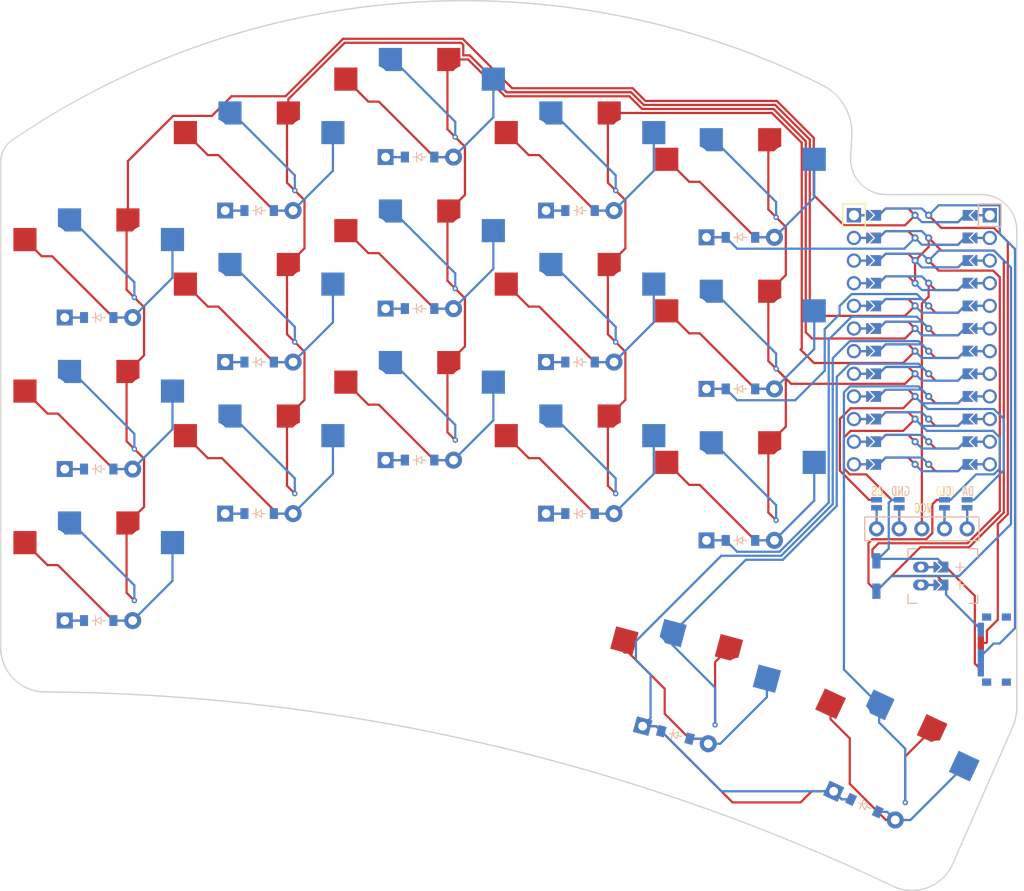
<source format=kicad_pcb>
(kicad_pcb (version 20211014) (generator pcbnew)
  (title_block (title "3x5_2") (rev "v1.0.0") (company "Unknown"))
  (layers (0 "F.Cu" signal) (31 "B.Cu" signal) (34 "B.Paste" user) (35 "F.Paste" user) (36 "B.SilkS" user "B.Silkscreen") (37 "F.SilkS" user "F.Silkscreen") (38 "B.Mask" user) (39 "F.Mask" user) (44 "Edge.Cuts" user))
  (net 0 "")
  (net 1 "P1")
  (net 2 "pinky_bot")
  (net 3 "pinky_mid")
  (net 4 "pinky_top")
  (net 5 "P2")
  (net 6 "ring_bot")
  (net 7 "ring_mid")
  (net 8 "ring_top")
  (net 9 "P3")
  (net 10 "middle_bot")
  (net 11 "middle_mid")
  (net 12 "middle_top")
  (net 13 "P4")
  (net 14 "index_bot")
  (net 15 "index_mid")
  (net 16 "index_top")
  (net 17 "P5")
  (net 18 "inner_bot")
  (net 19 "inner_mid")
  (net 20 "inner_top")
  (net 21 "P18")
  (net 22 "out_home")
  (net 23 "P15")
  (net 24 "in_home")
  (net 25 "P20")
  (net 26 "P21")
  (net 27 "P0")
  (net 28 "P19")
  (net 29 "RAW")
  (net 30 "GND")
  (net 31 "RST")
  (net 32 "VCC")
  (net 33 "P14")
  (net 34 "P16")
  (net 35 "P10")
  (net 36 "P6")
  (net 37 "P7")
  (net 38 "P8")
  (net 39 "P9")
  (net 40 "CS")
  (net 41 "DISP1_1")
  (net 42 "DISP1_2")
  (net 43 "DISP1_4")
  (net 44 "DISP1_5")
  (net 45 "pos")
  (net 46 "JST1_1")
  (net 47 "JST1_2")
  (footprint "PG1350" (layer "F.Cu") (at 0 -34)
    (fp_text reference "S3" hide)
    (fp_text value "" hide)
  )
  (footprint "VIA-0.6mm" (layer "F.Cu") (at 22 -26.25)
    (fp_text reference "REF**" hide)
    (fp_text value "VIA-0.6mm" hide)
  )
  (footprint "nice!view" (layer "F.Cu") (at 92.35 -22)
    (fp_text reference "DISP1" hide)
    (fp_text value "")
  )
  (footprint "ComboDiode" (layer "F.Cu") (at 64.705905 17.829629 -15)
    (fp_text reference "D16" hide)
    (fp_text value "" hide)
  )
  (footprint "PG1350" (layer "F.Cu") (at 0 -17)
    (fp_text reference "S2" hide)
    (fp_text value "" hide)
  )
  (footprint "ComboDiode" (layer "F.Cu") (at 54 -7)
    (fp_text reference "D10" hide)
    (fp_text value "" hide)
  )
  (footprint "PG1350" (layer "F.Cu") (at 54 -12)
    (fp_text reference "S10" hide)
    (fp_text value "" hide)
  )
  (footprint "PG1350" (layer "F.Cu") (at 18 -29)
    (fp_text reference "S5" hide)
    (fp_text value "" hide)
  )
  (footprint "VIA-0.6mm" (layer "F.Cu") (at 69.151951 16.691572 -15)
    (fp_text reference "REF**" hide)
    (fp_text value "VIA-0.6mm" hide)
  )
  (footprint "ComboDiode" (layer "F.Cu") (at 0 -12)
    (fp_text reference "D2" hide)
    (fp_text value "" hide)
  )
  (footprint "ComboDiode" (layer "F.Cu") (at 54 -24)
    (fp_text reference "D11" hide)
    (fp_text value "" hide)
  )
  (footprint "Button_Switch_SMD:SW_SPST_B3U-1000P" (layer "F.Cu") (at 87.25 0 90)
    (fp_text reference "")
    (fp_text value "")
  )
  (footprint "PG1350" (layer "F.Cu") (at 88.020322 21.229699 -25)
    (fp_text reference "S17" hide)
    (fp_text value "" hide)
  )
  (footprint "PG1350" (layer "F.Cu") (at 36 -35)
    (fp_text reference "S8" hide)
    (fp_text value "" hide)
  )
  (footprint "VIA-0.6mm" (layer "F.Cu") (at 76 -40.25)
    (fp_text reference "REF**" hide)
    (fp_text value "VIA-0.6mm" hide)
  )
  (footprint "PG1350" (layer "F.Cu") (at 36 -18)
    (fp_text reference "S7" hide)
    (fp_text value "" hide)
  )
  (footprint "VIA-0.6mm" (layer "F.Cu") (at 76 -23.25)
    (fp_text reference "REF**" hide)
    (fp_text value "VIA-0.6mm" hide)
  )
  (footprint "ComboDiode" (layer "F.Cu") (at 85.90723 25.761238 -25)
    (fp_text reference "D17" hide)
    (fp_text value "" hide)
  )
  (footprint "PG1350" (layer "F.Cu") (at 72 -26)
    (fp_text reference "S14" hide)
    (fp_text value "" hide)
  )
  (footprint "PG1350" (layer "F.Cu") (at 66 13 -15)
    (fp_text reference "S16" hide)
    (fp_text value "" hide)
  )
  (footprint "PG1350" (layer "F.Cu") (at 54 -46)
    (fp_text reference "S12" hide)
    (fp_text value "" hide)
  )
  (footprint "VIA-0.6mm" (layer "F.Cu") (at 4 -14.25)
    (fp_text reference "REF**" hide)
    (fp_text value "VIA-0.6mm" hide)
  )
  (footprint "VIA-0.6mm" (layer "F.Cu") (at 22 -9.25)
    (fp_text reference "REF**" hide)
    (fp_text value "VIA-0.6mm" hide)
  )
  (footprint "VIA-0.6mm" (layer "F.Cu") (at 4 2.75)
    (fp_text reference "REF**" hide)
    (fp_text value "VIA-0.6mm" hide)
  )
  (footprint "PG1350" (layer "F.Cu") (at 54 -29)
    (fp_text reference "S11" hide)
    (fp_text value "" hide)
  )
  (footprint "JST_PH_S2B-PH-K" (layer "F.Cu") (at 92.25 0 90)
    (fp_text reference "JST1" hide)
    (fp_text value "")
  )
  (footprint "ComboDiode" (layer "F.Cu") (at 0 5)
    (fp_text reference "D1" hide)
    (fp_text value "" hide)
  )
  (footprint "ProMicro" (layer "F.Cu") (at 92.35 -26.5 -90)
    (fp_text reference "MCU1" hide)
    (fp_text value "")
  )
  (footprint "VIA-0.6mm" (layer "F.Cu") (at 40 -49.25)
    (fp_text reference "REF**" hide)
    (fp_text value "VIA-0.6mm" hide)
  )
  (footprint "ComboDiode" (layer "F.Cu") (at 72 -21)
    (fp_text reference "D14" hide)
    (fp_text value "" hide)
  )
  (footprint "ComboDiode" (layer "F.Cu") (at 72 -4)
    (fp_text reference "D13" hide)
    (fp_text value "" hide)
  )
  (footprint "PG1350" (layer "F.Cu") (at 18 -12)
    (fp_text reference "S4" hide)
    (fp_text value "" hide)
  )
  (footprint "ComboDiode" (layer "F.Cu") (at 36 -30)
    (fp_text reference "D8" hide)
    (fp_text value "" hide)
  )
  (footprint "VIA-0.6mm" (layer "F.Cu") (at 22 -43.25)
    (fp_text reference "REF**" hide)
    (fp_text value "VIA-0.6mm" hide)
  )
  (footprint "VIA-0.6mm" (layer "F.Cu") (at 40 -32.25)
    (fp_text reference "REF**" hide)
    (fp_text value "VIA-0.6mm" hide)
  )
  (footprint "ComboDiode" (layer "F.Cu") (at 18 -41)
    (fp_text reference "D6" hide)
    (fp_text value "" hide)
  )
  (footprint "PG1350" (layer "F.Cu") (at 18 -46)
    (fp_text reference "S6" hide)
    (fp_text value "" hide)
  )
  (footprint "ComboDiode" (layer "F.Cu") (at 18 -7)
    (fp_text reference "D4" hide)
    (fp_text value "" hide)
  )
  (footprint "ComboDiode" (layer "F.Cu") (at 0 -29)
    (fp_text reference "D3" hide)
    (fp_text value "" hide)
  )
  (footprint "Button_Switch_SMD:SW_SPDT_PCM12" (layer "F.Cu") (at 100.4 8.25 90)
    (fp_text reference "")
    (fp_text value "")
  )
  (footprint "ComboDiode" (layer "F.Cu") (at 36 -13)
    (fp_text reference "D7" hide)
    (fp_text value "" hide)
  )
  (footprint "VIA-0.6mm" (layer "F.Cu") (at 4 -31.25)
    (fp_text reference "REF**" hide)
    (fp_text value "VIA-0.6mm" hide)
  )
  (footprint "VIA-0.6mm" (layer "F.Cu") (at 40 -15.25)
    (fp_text reference "REF**" hide)
    (fp_text value "VIA-0.6mm" hide)
  )
  (footprint "ComboDiode" (layer "F.Cu") (at 18 -24)
    (fp_text reference "D5" hide)
    (fp_text value "" hide)
  )
  (footprint "VIA-0.6mm" (layer "F.Cu") (at 58 -9.25)
    (fp_text reference "REF**" hide)
    (fp_text value "VIA-0.6mm" hide)
  )
  (footprint "VIA-0.6mm" (layer "F.Cu") (at 76 -6.25)
    (fp_text reference "REF**" hide)
    (fp_text value "VIA-0.6mm" hide)
  )
  (footprint "VIA-0.6mm" (layer "F.Cu") (at 58 -26.25)
    (fp_text reference "REF**" hide)
    (fp_text value "VIA-0.6mm" hide)
  )
  (footprint "VIA-0.6mm" (layer "F.Cu") (at 90.483352 25.412518 -25)
    (fp_text reference "REF**" hide)
    (fp_text value "VIA-0.6mm" hide)
  )
  (footprint "PG1350" (layer "F.Cu") (at 72 -9)
    (fp_text reference "S13" hide)
    (fp_text value "" hide)
  )
  (footprint "VIA-0.6mm" (layer "F.Cu") (at 58 -43.25)
    (fp_text reference "REF**" hide)
    (fp_text value "VIA-0.6mm" hide)
  )
  (footprint "PG1350" (layer "F.Cu") (at 72 -43)
    (fp_text reference "S15" hide)
    (fp_text value "" hide)
  )
  (footprint "PG1350" (layer "F.Cu") (at 36 -52)
    (fp_text reference "S9" hide)
    (fp_text value "" hide)
  )
  (footprint "PG1350" (layer "F.Cu") (at 0 0)
    (fp_text reference "S1" hide)
    (fp_text value "" hide)
  )
  (footprint "ComboDiode" (layer "F.Cu") (at 72 -38)
    (fp_text reference "D15" hide)
    (fp_text value "" hide)
  )
  (footprint "ComboDiode" (layer "F.Cu") (at 54 -41)
    (fp_text reference "D12" hide)
    (fp_text value "" hide)
  )
  (footprint "ComboDiode" (layer "F.Cu") (at 36 -47)
    (fp_text reference "D9" hide)
    (fp_text value "" hide)
  )
  (gr_arc (start -11 -46.438803) (mid -10.65226 -47.840772) (end -9.689655 -48.917727) (layer "Edge.Cuts") (width 0.15))
  (gr_arc (start 99 -42.8) (mid 101.828427 -41.628427) (end 103 -38.8) (layer "Edge.Cuts") (width 0.15))
  (gr_arc (start -9.689655 -48.917727) (mid 34.807426 -64.336703) (end 81 -55.172577) (layer "Edge.Cuts") (width 0.15))
  (gr_arc (start 81 -55.160295) (mid 83.632356 -52.809022) (end 84.487274 -49.384567) (layer "Edge.Cuts") (width 0.15))
  (gr_line (start 84.487274 -49.384567) (end 84.359468 -47.015476) (layer "Edge.Cuts") (width 0.15))
  (gr_arc (start -6.032608 13.004785) (mid 42.725452 18.677397) (end 89.093001 34.788799) (layer "Edge.Cuts") (width 0.15))
  (gr_line (start -11 -35.75) (end -11 -46.438803) (layer "Edge.Cuts") (width 0.15))
  (gr_line (start 81 -55.160294) (end 81 -55.172578) (layer "Edge.Cuts") (width 0.15))
  (gr_line (start 88.35366 -42.8) (end 99 -42.8) (layer "Edge.Cuts") (width 0.15))
  (gr_arc (start -6.032609 13.004785) (mid -9.547044 11.528877) (end -11 8.004891) (layer "Edge.Cuts") (width 0.15))
  (gr_line (start 102.504833 17.00822) (end 95.819813 32.278197) (layer "Edge.Cuts") (width 0.15))
  (gr_arc (start 102.994991 14.2) (mid 102.919111 15.633643) (end 102.504833 17.00822) (layer "Edge.Cuts") (width 0.15))
  (gr_line (start -11 8.004891) (end -11 -35.75) (layer "Edge.Cuts") (width 0.15))
  (gr_line (start 103 14.2) (end 103 -38.8) (layer "Edge.Cuts") (width 0.15))
  (gr_arc (start 88.35366 -42.8) (mid 85.45005 -44.04881) (end 84.359468 -47.015476) (layer "Edge.Cuts") (width 0.15))
  (gr_line (start 102.994991 14.2) (end 103 14.2) (layer "Edge.Cuts") (width 0.15))
  (gr_arc (start 95.819814 32.278197) (mid 92.98783 34.957371) (end 89.093001 34.788799) (layer "Edge.Cuts") (width 0.15))
  (segment (start 5.0875 -24.7625) (end 3.275 -22.95) (width 0.25) (layer "F.Cu") (net 1))
  (segment (start 20.963605 -53.825001) (end 27.413605 -60.275001) (width 0.25) (layer "F.Cu") (net 1))
  (segment (start 3.124999 -22.799999) (end 3.124999 -15.125001) (width 0.25) (layer "F.Cu") (net 1))
  (segment (start 3.124999 -39.799999) (end 3.124999 -32.125001) (width 0.25) (layer "F.Cu") (net 1))
  (segment (start 80.225001 -42.724999) (end 83.605 -39.345) (width 0.25) (layer "F.Cu") (net 1))
  (segment (start 3.124999 1.874999) (end 4 2.75) (width 0.25) (layer "F.Cu") (net 1))
  (segment (start 3.275 -39.95) (end 3.124999 -39.799999) (width 0.25) (layer "F.Cu") (net 1))
  (segment (start 8.350001 -51.625001) (end 12.7 -51.625001) (width 0.25) (layer "F.Cu") (net 1))
  (segment (start 3.275 -22.95) (end 3.124999 -22.799999) (width 0.25) (layer "F.Cu") (net 1))
  (segment (start 3.275 -46.55) (end 8.350001 -51.625001) (width 0.25) (layer "F.Cu") (net 1))
  (segment (start 3.275 -5.95) (end 3.124999 -5.799999) (width 0.25) (layer "F.Cu") (net 1))
  (segment (start 4 -31.25) (end 5.0875 -30.1625) (width 0.25) (layer "F.Cu") (net 1))
  (segment (start 3.124999 -15.125001) (end 4 -14.25) (width 0.25) (layer "F.Cu") (net 1))
  (segment (start 27.413605 -60.275001) (end 40.836395 -60.275001) (width 0.25) (layer "F.Cu") (net 1))
  (segment (start 83.605 -39.345) (end 90.463 -39.345) (width 0.25) (layer "F.Cu") (net 1))
  (segment (start 46.386395 -54.725001) (end 59.907791 -54.725001) (width 0.25) (layer "F.Cu") (net 1))
  (segment (start 5.0875 -7.7625) (end 3.275 -5.95) (width 0.25) (layer "F.Cu") (net 1))
  (segment (start 90.463 -39.345) (end 91.588 -40.47) (width 0.25) (layer "F.Cu") (net 1))
  (segment (start 14.9 -53.825001) (end 20.963605 -53.825001) (width 0.25) (layer "F.Cu") (net 1))
  (segment (start 3.124999 -5.799999) (end 3.124999 1.874999) (width 0.25) (layer "F.Cu") (net 1))
  (segment (start 3.124999 -32.125001) (end 4 -31.25) (width 0.25) (layer "F.Cu") (net 1))
  (segment (start 5.0875 -30.1625) (end 5.0875 -24.7625) (width 0.25) (layer "F.Cu") (net 1))
  (segment (start 4 -14.25) (end 5.0875 -13.1625) (width 0.25) (layer "F.Cu") (net 1))
  (segment (start 76.084188 -53.3) (end 80.225001 -49.159187) (width 0.25) (layer "F.Cu") (net 1))
  (segment (start 40.836395 -60.275001) (end 46.386395 -54.725001) (width 0.25) (layer "F.Cu") (net 1))
  (segment (start 61.332792 -53.3) (end 76.084188 -53.3) (width 0.25) (layer "F.Cu") (net 1))
  (segment (start 5.0875 -13.1625) (end 5.0875 -7.7625) (width 0.25) (layer "F.Cu") (net 1))
  (segment (start 3.275 -39.95) (end 3.275 -46.55) (width 0.25) (layer "F.Cu") (net 1))
  (segment (start 80.225001 -49.159187) (end 80.225001 -42.724999) (width 0.25) (layer "F.Cu") (net 1))
  (segment (start 12.7 -51.625001) (end 14.9 -53.825001) (width 0.25) (layer "F.Cu") (net 1))
  (segment (start 59.907791 -54.725001) (end 61.332792 -53.3) (width 0.25) (layer "F.Cu") (net 1))
  (segment (start 4 -14.25) (end 4 -15.955001) (width 0.25) (layer "B.Cu") (net 1))
  (segment (start 4 -15.955001) (end -2.994999 -22.95) (width 0.25) (layer "B.Cu") (net 1))
  (segment (start -2.994999 -22.95) (end -3.275 -22.95) (width 0.25) (layer "B.Cu") (net 1))
  (segment (start 4 -31.25) (end 4 -32.955001) (width 0.25) (layer "B.Cu") (net 1))
  (segment (start 4 1.044999) (end -2.994999 -5.95) (width 0.25) (layer "B.Cu") (net 1))
  (segment (start -2.994999 -39.95) (end -3.275 -39.95) (width 0.25) (layer "B.Cu") (net 1))
  (segment (start 4 -32.955001) (end -2.994999 -39.95) (width 0.25) (layer "B.Cu") (net 1))
  (segment (start -2.994999 -5.95) (end -3.275 -5.95) (width 0.25) (layer "B.Cu") (net 1))
  (segment (start 4 2.75) (end 4 1.044999) (width 0.25) (layer "B.Cu") (net 1))
  (segment (start -4.575901 -1.225901) (end 1.65 5) (width 0.25) (layer "F.Cu") (net 2))
  (segment (start -5.750901 -1.225901) (end -4.575901 -1.225901) (width 0.25) (layer "F.Cu") (net 2))
  (segment (start 3.81 5) (end 1.65 5) (width 0.25) (layer "F.Cu") (net 2))
  (segment (start -8.275 -3.75) (end -5.750901 -1.225901) (width 0.25) (layer "F.Cu") (net 2))
  (segment (start 8.275 0.535) (end 8.275 -3.75) (width 0.25) (layer "B.Cu") (net 2))
  (segment (start 1.65 5) (end 3.81 5) (width 0.25) (layer "B.Cu") (net 2))
  (segment (start 3.81 5) (end 8.275 0.535) (width 0.25) (layer "B.Cu") (net 2))
  (segment (start -4.575901 -18.225901) (end 1.65 -12) (width 0.25) (layer "F.Cu") (net 3))
  (segment (start -8.275 -20.75) (end -5.750901 -18.225901) (width 0.25) (layer "F.Cu") (net 3))
  (segment (start -5.750901 -18.225901) (end -4.575901 -18.225901) (width 0.25) (layer "F.Cu") (net 3))
  (segment (start 1.65 -12) (end 3.81 -12) (width 0.25) (layer "F.Cu") (net 3))
  (segment (start 8.275 -16.465) (end 8.275 -20.75) (width 0.25) (layer "B.Cu") (net 3))
  (segment (start 1.65 -12) (end 3.81 -12) (width 0.25) (layer "B.Cu") (net 3))
  (segment (start 3.81 -12) (end 8.275 -16.465) (width 0.25) (layer "B.Cu") (net 3))
  (segment (start -5.224999 -35.874999) (end 1.65 -29) (width 0.25) (layer "F.Cu") (net 4))
  (segment (start -6.399999 -35.874999) (end -5.224999 -35.874999) (width 0.25) (layer "F.Cu") (net 4))
  (segment (start -8.275 -37.75) (end -6.399999 -35.874999) (width 0.25) (layer "F.Cu") (net 4))
  (segment (start 1.65 -29) (end 3.81 -29) (width 0.25) (layer "F.Cu") (net 4))
  (segment (start 1.65 -29) (end 3.81 -29) (width 0.25) (layer "B.Cu") (net 4))
  (segment (start 8.275 -33.465) (end 8.275 -37.75) (width 0.25) (layer "B.Cu") (net 4))
  (segment (start 3.81 -29) (end 8.275 -33.465) (width 0.25) (layer "B.Cu") (net 4))
  (segment (start 41.618048 -58.42) (end 44.939024 -55.099024) (width 0.25) (layer "F.Cu") (net 5))
  (segment (start 21.275 -51.95) (end 21.275 -53.5) (width 0.25) (layer "F.Cu") (net 5))
  (segment (start 21.124999 -27.125001) (end 22 -26.25) (width 0.25) (layer "F.Cu") (net 5))
  (segment (start 21.124999 -34.799999) (end 21.124999 -27.125001) (width 0.25) (layer "F.Cu") (net 5))
  (segment (start 21.124999 -51.799999) (end 21.124999 -44.125001) (width 0.25) (layer "F.Cu") (net 5))
  (segment (start 21.124999 -10.125001) (end 22 -9.25) (width 0.25) (layer "F.Cu") (net 5))
  (segment (start 45.763047 -54.275001) (end 43.669024 -56.369024) (width 0.25) (layer "F.Cu") (net 5))
  (segment (start 79.775001 -30.48) (end 81.070001 -29.185) (width 0.25) (layer "F.Cu") (net 5))
  (segment (start 44.939024 -55.099024) (end 45.763047 -54.275001) (width 0.25) (layer "F.Cu") (net 5))
  (segment (start 21.124999 -17.799999) (end 21.124999 -10.125001) (width 0.25) (layer "F.Cu") (net 5))
  (segment (start 23.0875 -36.7625) (end 21.275 -34.95) (width 0.25) (layer "F.Cu") (net 5))
  (segment (start 79.775001 -48.972791) (end 79.775001 -30.48) (width 0.25) (layer "F.Cu") (net 5))
  (segment (start 59.721395 -54.275001) (end 53.34 -54.275001) (width 0.25) (layer "F.Cu") (net 5))
  (segment (start 61.146396 -52.85) (end 75.897792 -52.85) (width 0.25) (layer "F.Cu") (net 5))
  (segment (start 40.649999 -59.825001) (end 40.9 -59.575) (width 0.25) (layer "F.Cu") (net 5))
  (segment (start 21.124999 -44.125001) (end 22 -43.25) (width 0.25) (layer "F.Cu") (net 5))
  (segment (start 22 -26.25) (end 23.0875 -25.1625) (width 0.25) (layer "F.Cu") (net 5))
  (segment (start 75.897792 -52.85) (end 79.775001 -48.972791) (width 0.25) (layer "F.Cu") (net 5))
  (segment (start 21.275 -53.5) (end 27.600001 -59.825001) (width 0.25) (layer "F.Cu") (net 5))
  (segment (start 22 -43.25) (end 23.0875 -42.1625) (width 0.25) (layer "F.Cu") (net 5))
  (segment (start 45.763047 -54.275001) (end 55.88 -54.275001) (width 0.25) (layer "F.Cu") (net 5))
  (segment (start 23.0875 -19.7625) (end 21.275 -17.95) (width 0.25) (layer "F.Cu") (net 5))
  (segment (start 59.721395 -54.275001) (end 61.146396 -52.85) (width 0.25) (layer "F.Cu") (net 5))
  (segment (start 81.070001 -29.185) (end 90.463 -29.185) (width 0.25) (layer "F.Cu") (net 5))
  (segment (start 40.9 -59.575) (end 40.9 -58.42) (width 0.25) (layer "F.Cu") (net 5))
  (segment (start 90.463 -29.185) (end 91.588 -30.31) (width 0.25) (layer "F.Cu") (net 5))
  (segment (start 55.88 -54.275001) (end 59.721395 -54.275001) (width 0.25) (layer "F.Cu") (net 5))
  (segment (start 21.275 -17.95) (end 21.124999 -17.799999) (width 0.25) (layer "F.Cu") (net 5))
  (segment (start 53.34 -54.275001) (end 45.763047 -54.275001) (width 0.25) (layer "F.Cu") (net 5))
  (segment (start 40.9 -58.42) (end 41.618048 -58.42) (width 0.25) (layer "F.Cu") (net 5))
  (segment (start 23.0875 -25.1625) (end 23.0875 -19.7625) (width 0.25) (layer "F.Cu") (net 5))
  (segment (start 27.600001 -59.825001) (end 40.649999 -59.825001) (width 0.25) (layer "F.Cu") (net 5))
  (segment (start 23.0875 -42.1625) (end 23.0875 -36.7625) (width 0.25) (layer "F.Cu") (net 5))
  (segment (start 21.275 -34.95) (end 21.124999 -34.799999) (width 0.25) (layer "F.Cu") (net 5))
  (segment (start 21.275 -51.95) (end 21.124999 -51.799999) (width 0.25) (layer "F.Cu") (net 5))
  (segment (start 14.725 -51.95) (end 15.005001 -51.95) (width 0.25) (layer "B.Cu") (net 5))
  (segment (start 22 -44.955001) (end 22 -43.25) (width 0.25) (layer "B.Cu") (net 5))
  (segment (start 15.005001 -34.95) (end 14.725 -34.95) (width 0.25) (layer "B.Cu") (net 5))
  (segment (start 15.005001 -51.95) (end 22 -44.955001) (width 0.25) (layer "B.Cu") (net 5))
  (segment (start 15.005001 -17.95) (end 14.725 -17.95) (width 0.25) (layer "B.Cu") (net 5))
  (segment (start 22 -26.25) (end 22 -27.955001) (width 0.25) (layer "B.Cu") (net 5))
  (segment (start 22 -27.955001) (end 15.005001 -34.95) (width 0.25) (layer "B.Cu") (net 5))
  (segment (start 22 -9.25) (end 22 -10.955001) (width 0.25) (layer "B.Cu") (net 5))
  (segment (start 22 -10.955001) (end 15.005001 -17.95) (width 0.25) (layer "B.Cu") (net 5))
  (segment (start 9.725 -15.75) (end 12.249099 -13.225901) (width 0.25) (layer "F.Cu") (net 6))
  (segment (start 21.81 -7) (end 19.65 -7) (width 0.25) (layer "F.Cu") (net 6))
  (segment (start 13.819098 -13.225901) (end 19.65 -7.394999) (width 0.25) (layer "F.Cu") (net 6))
  (segment (start 12.249099 -13.225901) (end 13.819098 -13.225901) (width 0.25) (layer "F.Cu") (net 6))
  (segment (start 19.65 -7.394999) (end 19.65 -7) (width 0.25) (layer "F.Cu") (net 6))
  (segment (start 19.65 -7) (end 21.81 -7) (width 0.25) (layer "B.Cu") (net 6))
  (segment (start 26.275 -11.465) (end 26.275 -15.75) (width 0.25) (layer "B.Cu") (net 6))
  (segment (start 21.81 -7) (end 26.275 -11.465) (width 0.25) (layer "B.Cu") (net 6))
  (segment (start 12.249099 -30.225901) (end 13.424099 -30.225901) (width 0.25) (layer "F.Cu") (net 7))
  (segment (start 13.424099 -30.225901) (end 19.65 -24) (width 0.25) (layer "F.Cu") (net 7))
  (segment (start 19.65 -24) (end 21.81 -24) (width 0.25) (layer "F.Cu") (net 7))
  (segment (start 9.725 -32.75) (end 12.249099 -30.225901) (width 0.25) (layer "F.Cu") (net 7))
  (segment (start 26.275 -28.465) (end 26.275 -32.75) (width 0.25) (layer "B.Cu") (net 7))
  (segment (start 19.65 -24) (end 21.81 -24) (width 0.25) (layer "B.Cu") (net 7))
  (segment (start 21.81 -24) (end 26.275 -28.465) (width 0.25) (layer "B.Cu") (net 7))
  (segment (start 9.725 -49.75) (end 12.249099 -47.225901) (width 0.25) (layer "F.Cu") (net 8))
  (segment (start 13.424099 -47.225901) (end 19.65 -41) (width 0.25) (layer "F.Cu") (net 8))
  (segment (start 19.65 -41) (end 21.81 -41) (width 0.25) (layer "F.Cu") (net 8))
  (segment (start 12.249099 -47.225901) (end 13.424099 -47.225901) (width 0.25) (layer "F.Cu") (net 8))
  (segment (start 19.65 -41) (end 21.81 -41) (width 0.25) (layer "B.Cu") (net 8))
  (segment (start 21.81 -41) (end 26.275 -45.465) (width 0.25) (layer "B.Cu") (net 8))
  (segment (start 26.275 -45.465) (end 26.275 -49.75) (width 0.25) (layer "B.Cu") (net 8))
  (segment (start 75.711396 -52.4) (end 60.96 -52.4) (width 0.25) (layer "F.Cu") (net 9))
  (segment (start 39.275 -40.95) (end 39.124999 -40.799999) (width 0.25) (layer "F.Cu") (net 9))
  (segment (start 39.275 -57.95) (end 39.124999 -57.799999) (width 0.25) (layer "F.Cu") (net 9))
  (segment (start 39.124999 -33.125001) (end 40 -32.25) (width 0.25) (layer "F.Cu") (net 9))
  (segment (start 91.588 -27.77) (end 90.463 -26.645) (width 0.25) (layer "F.Cu") (net 9))
  (segment (start 60.96 -52.4) (end 59.534999 -53.825001) (width 0.25) (layer "F.Cu") (net 9))
  (segment (start 40 -49.25) (end 41.0875 -48.1625) (width 0.25) (layer "F.Cu") (net 9))
  (segment (start 39.124999 -16.125001) (end 40 -15.25) (width 0.25) (layer "F.Cu") (net 9))
  (segment (start 39.124999 -50.125001) (end 40 -49.25) (width 0.25) (layer "F.Cu") (net 9))
  (segment (start 80.035 -26.645) (end 79.325001 -27.354999) (width 0.25) (layer "F.Cu") (net 9))
  (segment (start 41.0875 -31.1625) (end 41.0875 -25.7625) (width 0.25) (layer "F.Cu") (net 9))
  (segment (start 39.124999 -57.799999) (end 39.124999 -50.125001) (width 0.25) (layer "F.Cu") (net 9))
  (segment (start 40 -32.25) (end 41.0875 -31.1625) (width 0.25) (layer "F.Cu") (net 9))
  (segment (start 45.576651 -53.825001) (end 47.774999 -53.825001) (width 0.25) (layer "F.Cu") (net 9))
  (segment (start 41.0875 -25.7625) (end 39.275 -23.95) (width 0.25) (layer "F.Cu") (net 9))
  (segment (start 79.325001 -48.786395) (end 75.711396 -52.4) (width 0.25) (layer "F.Cu") (net 9))
  (segment (start 39.275 -57.95) (end 41.451652 -57.95) (width 0.25) (layer "F.Cu") (net 9))
  (segment (start 90.463 -26.645) (end 80.035 -26.645) (width 0.25) (layer "F.Cu") (net 9))
  (segment (start 41.451652 -57.95) (end 45.576651 -53.825001) (width 0.25) (layer "F.Cu") (net 9))
  (segment (start 41.0875 -42.7625) (end 39.275 -40.95) (width 0.25) (layer "F.Cu") (net 9))
  (segment (start 41.0875 -48.1625) (end 41.0875 -42.7625) (width 0.25) (layer "F.Cu") (net 9))
  (segment (start 39.124999 -40.799999) (end 39.124999 -33.125001) (width 0.25) (layer "F.Cu") (net 9))
  (segment (start 39.124999 -23.799999) (end 39.124999 -16.125001) (width 0.25) (layer "F.Cu") (net 9))
  (segment (start 79.325001 -27.354999) (end 79.325001 -27.94) (width 0.25) (layer "F.Cu") (net 9))
  (segment (start 79.325001 -27.94) (end 79.325001 -48.786395) (width 0.25) (layer "F.Cu") (net 9))
  (segment (start 39.275 -23.95) (end 39.124999 -23.799999) (width 0.25) (layer "F.Cu") (net 9))
  (segment (start 59.534999 -53.825001) (end 47.774999 -53.825001) (width 0.25) (layer "F.Cu") (net 9))
  (segment (start 33.005001 -40.95) (end 40 -33.955001) (width 0.25) (layer "B.Cu") (net 9))
  (segment (start 32.725 -40.95) (end 33.005001 -40.95) (width 0.25) (layer "B.Cu") (net 9))
  (segment (start 32.725 -23.95) (end 33.005001 -23.95) (width 0.25) (layer "B.Cu") (net 9))
  (segment (start 40 -33.955001) (end 40 -32.25) (width 0.25) (layer "B.Cu") (net 9))
  (segment (start 33.005001 -23.95) (end 40 -16.955001) (width 0.25) (layer "B.Cu") (net 9))
  (segment (start 33.005001 -57.95) (end 40 -50.955001) (width 0.25) (layer "B.Cu") (net 9))
  (segment (start 40 -16.955001) (end 40 -15.25) (width 0.25) (layer "B.Cu") (net 9))
  (segment (start 32.725 -57.95) (end 33.005001 -57.95) (width 0.25) (layer "B.Cu") (net 9))
  (segment (start 40 -50.955001) (end 40 -49.25) (width 0.25) (layer "B.Cu") (net 9))
  (segment (start 30.249099 -19.225901) (end 31.424099 -19.225901) (width 0.25) (layer "F.Cu") (net 10))
  (segment (start 27.725 -21.75) (end 30.249099 -19.225901) (width 0.25) (layer "F.Cu") (net 10))
  (segment (start 37.65 -13) (end 39.81 -13) (width 0.25) (layer "F.Cu") (net 10))
  (segment (start 31.424099 -19.225901) (end 37.65 -13) (width 0.25) (layer "F.Cu") (net 10))
  (segment (start 44.275 -17.465) (end 44.275 -21.75) (width 0.25) (layer "B.Cu") (net 10))
  (segment (start 39.81 -13) (end 44.275 -17.465) (width 0.25) (layer "B.Cu") (net 10))
  (segment (start 37.65 -13) (end 39.81 -13) (width 0.25) (layer "B.Cu") (net 10))
  (segment (start 30.249099 -36.225901) (end 31.424099 -36.225901) (width 0.25) (layer "F.Cu") (net 11))
  (segment (start 27.725 -38.75) (end 30.249099 -36.225901) (width 0.25) (layer "F.Cu") (net 11))
  (segment (start 37.65 -30) (end 39.81 -30) (width 0.25) (layer "F.Cu") (net 11))
  (segment (start 31.424099 -36.225901) (end 37.65 -30) (width 0.25) (layer "F.Cu") (net 11))
  (segment (start 44.275 -34.465) (end 44.275 -38.75) (width 0.25) (layer "B.Cu") (net 11))
  (segment (start 39.81 -30) (end 44.275 -34.465) (width 0.25) (layer "B.Cu") (net 11))
  (segment (start 37.65 -30) (end 39.81 -30) (width 0.25) (layer "B.Cu") (net 11))
  (segment (start 30.249099 -53.225901) (end 31.424099 -53.225901) (width 0.25) (layer "F.Cu") (net 12))
  (segment (start 27.725 -55.75) (end 30.249099 -53.225901) (width 0.25) (layer "F.Cu") (net 12))
  (segment (start 37.65 -47) (end 39.81 -47) (width 0.25) (layer "F.Cu") (net 12))
  (segment (start 31.424099 -53.225901) (end 37.65 -47) (width 0.25) (layer "F.Cu") (net 12))
  (segment (start 44.275 -51.465) (end 44.275 -55.75) (width 0.25) (layer "B.Cu") (net 12))
  (segment (start 39.81 -47) (end 44.275 -51.465) (width 0.25) (layer "B.Cu") (net 12))
  (segment (start 37.65 -47) (end 39.81 -47) (width 0.25) (layer "B.Cu") (net 12))
  (segment (start 80.238 -23.902) (end 90.26 -23.902) (width 0.25) (layer "F.Cu") (net 13))
  (segment (start 57.124999 -44.125001) (end 58 -43.25) (width 0.25) (layer "F.Cu") (net 13))
  (segment (start 78.74 -25.4) (end 80.238 -23.902) (width 0.25) (layer "F.Cu") (net 13))
  (segment (start 58 -26.25) (end 59.0875 -25.1625) (width 0.25) (layer "F.Cu") (net 13))
  (segment (start 90.26 -23.902) (end 91.588 -25.23) (width 0.25) (layer "F.Cu") (net 13))
  (segment (start 78.875001 -25.535001) (end 78.74 -25.4) (width 0.25) (layer "F.Cu") (net 13))
  (segment (start 59.0875 -19.7625) (end 57.275 -17.95) (width 0.25) (layer "F.Cu") (net 13))
  (segment (start 57.124999 -34.799999) (end 57.124999 -27.125001) (width 0.25) (layer "F.Cu") (net 13))
  (segment (start 57.124999 -17.799999) (end 57.124999 -10.125001) (width 0.25) (layer "F.Cu") (net 13))
  (segment (start 75.525 -51.95) (end 78.875001 -48.599999) (width 0.25) (layer "F.Cu") (net 13))
  (segment (start 57.275 -17.95) (end 57.124999 -17.799999) (width 0.25) (layer "F.Cu") (net 13))
  (segment (start 59.0875 -36.7625) (end 57.275 -34.95) (width 0.25) (layer "F.Cu") (net 13))
  (segment (start 59.0875 -42.1625) (end 59.0875 -36.7625) (width 0.25) (layer "F.Cu") (net 13))
  (segment (start 57.124999 -10.125001) (end 58 -9.25) (width 0.25) (layer "F.Cu") (net 13))
  (segment (start 57.124999 -27.125001) (end 58 -26.25) (width 0.25) (layer "F.Cu") (net 13))
  (segment (start 57.275 -51.95) (end 75.525 -51.95) (width 0.25) (layer "F.Cu") (net 13))
  (segment (start 57.124999 -51.799999) (end 57.124999 -44.125001) (width 0.25) (layer "F.Cu") (net 13))
  (segment (start 78.875001 -48.599999) (end 78.875001 -25.535001) (width 0.25) (layer "F.Cu") (net 13))
  (segment (start 58 -43.25) (end 59.0875 -42.1625) (width 0.25) (layer "F.Cu") (net 13))
  (segment (start 57.275 -34.95) (end 57.124999 -34.799999) (width 0.25) (layer "F.Cu") (net 13))
  (segment (start 57.275 -51.95) (end 57.124999 -51.799999) (width 0.25) (layer "F.Cu") (net 13))
  (segment (start 59.0875 -25.1625) (end 59.0875 -19.7625) (width 0.25) (layer "F.Cu") (net 13))
  (segment (start 51.005001 -34.95) (end 58 -27.955001) (width 0.25) (layer "B.Cu") (net 13))
  (segment (start 50.725 -34.95) (end 51.005001 -34.95) (width 0.25) (layer "B.Cu") (net 13))
  (segment (start 50.725 -51.95) (end 51.005001 -51.95) (width 0.25) (layer "B.Cu") (net 13))
  (segment (start 58 -44.955001) (end 58 -43.25) (width 0.25) (layer "B.Cu") (net 13))
  (segment (start 58 -10.955001) (end 58 -9.25) (width 0.25) (layer "B.Cu") (net 13))
  (segment (start 50.725 -17.95) (end 51.005001 -17.95) (width 0.25) (layer "B.Cu") (net 13))
  (segment (start 51.005001 -17.95) (end 58 -10.955001) (width 0.25) (layer "B.Cu") (net 13))
  (segment (start 51.005001 -51.95) (end 58 -44.955001) (width 0.25) (layer "B.Cu") (net 13))
  (segment (start 58 -27.955001) (end 58 -26.25) (width 0.25) (layer "B.Cu") (net 13))
  (segment (start 55.65 -7) (end 57.81 -7) (width 0.25) (layer "F.Cu") (net 14))
  (segment (start 48.249099 -13.225901) (end 49.424099 -13.225901) (width 0.25) (layer "F.Cu") (net 14))
  (segment (start 49.424099 -13.225901) (end 55.65 -7) (width 0.25) (layer "F.Cu") (net 14))
  (segment (start 45.725 -15.75) (end 48.249099 -13.225901) (width 0.25) (layer "F.Cu") (net 14))
  (segment (start 62.275 -11.465) (end 62.275 -15.75) (width 0.25) (layer "B.Cu") (net 14))
  (segment (start 55.65 -7) (end 57.81 -7) (width 0.25) (layer "B.Cu") (net 14))
  (segment (start 57.81 -7) (end 62.275 -11.465) (width 0.25) (layer "B.Cu") (net 14))
  (segment (start 49.424099 -30.225901) (end 55.65 -24) (width 0.25) (layer "F.Cu") (net 15))
  (segment (start 55.65 -24) (end 57.81 -24) (width 0.25) (layer "F.Cu") (net 15))
  (segment (start 48.249099 -30.225901) (end 49.424099 -30.225901) (width 0.25) (layer "F.Cu") (net 15))
  (segment (start 45.725 -32.75) (end 48.249099 -30.225901) (width 0.25) (layer "F.Cu") (net 15))
  (segment (start 62.275 -28.465) (end 62.275 -32.75) (width 0.25) (layer "B.Cu") (net 15))
  (segment (start 55.65 -24) (end 57.81 -24) (width 0.25) (layer "B.Cu") (net 15))
  (segment (start 57.81 -24) (end 62.275 -28.465) (width 0.25) (layer "B.Cu") (net 15))
  (segment (start 48.249099 -47.225901) (end 49.424099 -47.225901) (width 0.25) (layer "F.Cu") (net 16))
  (segment (start 49.424099 -47.225901) (end 55.65 -41) (width 0.25) (layer "F.Cu") (net 16))
  (segment (start 55.65 -41) (end 57.81 -41) (width 0.25) (layer "F.Cu") (net 16))
  (segment (start 45.725 -49.75) (end 48.249099 -47.225901) (width 0.25) (layer "F.Cu") (net 16))
  (segment (start 57.81 -41) (end 62.275 -45.465) (width 0.25) (layer "B.Cu") (net 16))
  (segment (start 55.65 -41) (end 57.81 -41) (width 0.25) (layer "B.Cu") (net 16))
  (segment (start 62.275 -45.465) (end 62.275 -49.75) (width 0.25) (layer "B.Cu") (net 16))
  (segment (start 77.0875 -33.7625) (end 75.275 -31.95) (width 0.25) (layer "F.Cu") (net 17))
  (segment (start 77.0875 -39.1625) (end 77.0875 -33.7625) (width 0.25) (layer "F.Cu") (net 17))
  (segment (start 75.124999 -24.125001) (end 76 -23.25) (width 0.25) (layer "F.Cu") (net 17))
  (segment (start 76 -23.25) (end 77.0875 -22.1625) (width 0.25) (layer "F.Cu") (net 17))
  (segment (start 77.0875 -16.7625) (end 75.275 -14.95) (width 0.25) (layer "F.Cu") (net 17))
  (segment (start 77.685 -21.565) (end 76 -23.25) (width 0.25) (layer "F.Cu") (net 17))
  (segment (start 75.275 -14.95) (end 75.124999 -14.799999) (width 0.25) (layer "F.Cu") (net 17))
  (segment (start 91.588 -22.69) (end 90.463 -21.565) (width 0.25) (layer "F.Cu") (net 17))
  (segment (start 75.124999 -31.799999) (end 75.124999 -24.125001) (width 0.25) (layer "F.Cu") (net 17))
  (segment (start 75.124999 -48.799999) (end 75.124999 -41.125001) (width 0.25) (layer "F.Cu") (net 17))
  (segment (start 75.275 -31.95) (end 75.124999 -31.799999) (width 0.25) (layer "F.Cu") (net 17))
  (segment (start 76 -40.25) (end 77.0875 -39.1625) (width 0.25) (layer "F.Cu") (net 17))
  (segment (start 77.0875 -22.1625) (end 77.0875 -16.7625) (width 0.25) (layer "F.Cu") (net 17))
  (segment (start 75.124999 -41.125001) (end 76 -40.25) (width 0.25) (layer "F.Cu") (net 17))
  (segment (start 75.124999 -14.799999) (end 75.124999 -7.125001) (width 0.25) (layer "F.Cu") (net 17))
  (segment (start 75.124999 -7.125001) (end 76 -6.25) (width 0.25) (layer "F.Cu") (net 17))
  (segment (start 75.275 -48.95) (end 75.124999 -48.799999) (width 0.25) (layer "F.Cu") (net 17))
  (segment (start 90.463 -21.565) (end 77.685 -21.565) (width 0.25) (layer "F.Cu") (net 17))
  (segment (start 76 -7.955001) (end 76 -6.25) (width 0.25) (layer "B.Cu") (net 17))
  (segment (start 68.725 -48.95) (end 69.005001 -48.95) (width 0.25) (layer "B.Cu") (net 17))
  (segment (start 69.005001 -14.95) (end 76 -7.955001) (width 0.25) (layer "B.Cu") (net 17))
  (segment (start 68.725 -14.95) (end 69.005001 -14.95) (width 0.25) (layer "B.Cu") (net 17))
  (segment (start 76 -24.955001) (end 76 -23.25) (width 0.25) (layer "B.Cu") (net 17))
  (segment (start 76 -41.955001) (end 76 -40.25) (width 0.25) (layer "B.Cu") (net 17))
  (segment (start 68.725 -31.95) (end 69.005001 -31.95) (width 0.25) (layer "B.Cu") (net 17))
  (segment (start 69.005001 -31.95) (end 76 -24.955001) (width 0.25) (layer "B.Cu") (net 17))
  (segment (start 69.005001 -48.95) (end 76 -41.955001) (width 0.25) (layer "B.Cu") (net 17))
  (segment (start 63.725 -12.75) (end 66.249099 -10.225901) (width 0.25) (layer "F.Cu") (net 18))
  (segment (start 75.81 -4) (end 73.65 -4) (width 0.25) (layer "F.Cu") (net 18))
  (segment (start 67.424099 -10.225901) (end 73.65 -4) (width 0.25) (layer "F.Cu") (net 18))
  (segment (start 66.249099 -10.225901) (end 67.424099 -10.225901) (width 0.25) (layer "F.Cu") (net 18))
  (segment (start 80.275 -8.465) (end 80.275 -12.75) (width 0.25) (layer "B.Cu") (net 18))
  (segment (start 73.65 -4) (end 75.81 -4) (width 0.25) (layer "B.Cu") (net 18))
  (segment (start 75.81 -4) (end 80.275 -8.465) (width 0.25) (layer "B.Cu") (net 18))
  (segment (start 66.249099 -27.225901) (end 67.424099 -27.225901) (width 0.25) (layer "F.Cu") (net 19))
  (segment (start 67.424099 -27.225901) (end 73.65 -21) (width 0.25) (layer "F.Cu") (net 19))
  (segment (start 73.65 -21) (end 75.81 -21) (width 0.25) (layer "F.Cu") (net 19))
  (segment (start 63.725 -29.75) (end 66.249099 -27.225901) (width 0.25) (layer "F.Cu") (net 19))
  (segment (start 80.275 -25.465) (end 80.275 -29.75) (width 0.25) (layer "B.Cu") (net 19))
  (segment (start 73.65 -21) (end 75.81 -21) (width 0.25) (layer "B.Cu") (net 19))
  (segment (start 75.81 -21) (end 80.275 -25.465) (width 0.25) (layer "B.Cu") (net 19))
  (segment (start 63.725 -46.75) (end 66.249099 -44.225901) (width 0.25) (layer "F.Cu") (net 20))
  (segment (start 67.424099 -44.225901) (end 73.65 -38) (width 0.25) (layer "F.Cu") (net 20))
  (segment (start 66.249099 -44.225901) (end 67.424099 -44.225901) (width 0.25) (layer "F.Cu") (net 20))
  (segment (start 73.65 -38) (end 75.81 -38) (width 0.25) (layer "F.Cu") (net 20))
  (segment (start 80.275 -42.465) (end 80.275 -46.75) (width 0.25) (layer "B.Cu") (net 20))
  (segment (start 73.65 -38) (end 75.81 -38) (width 0.25) (layer "B.Cu") (net 20))
  (segment (start 75.81 -38) (end 80.275 -42.465) (width 0.25) (layer "B.Cu") (net 20))
  (segment (start 70.70338 8.100374) (end 69.151951 9.651803) (width 0.25) (layer "F.Cu") (net 21))
  (segment (start 69.151951 9.651803) (end 69.151951 16.691572) (width 0.25) (layer "F.Cu") (net 21))
  (segment (start 91.987 -23.815) (end 93.112 -22.69) (width 0.25) (layer "B.Cu") (net 21))
  (segment (start 64.376566 6.405109) (end 65.438012 5.343663) (width 0.25) (layer "B.Cu") (net 21))
  (segment (start 64.376566 6.405109) (end 72.604175 -1.8225) (width 0.25) (layer "B.Cu") (net 21))
  (segment (start 72.604175 -1.8225) (end 76.755292 -1.8225) (width 0.25) (layer "B.Cu") (net 21))
  (segment (start 82.8 -22.350991) (end 84.264009 -23.815) (width 0.25) (layer "B.Cu") (net 21))
  (segment (start 69.151951 12.526353) (end 69.151951 16.691572) (width 0.25) (layer "B.Cu") (net 21))
  (segment (start 82.8 -7.867208) (end 82.8 -22.350991) (width 0.25) (layer "B.Cu") (net 21))
  (segment (start 64.376566 7.750968) (end 69.151951 12.526353) (width 0.25) (layer "B.Cu") (net 21))
  (segment (start 64.376566 6.405109) (end 64.376566 7.750968) (width 0.25) (layer "B.Cu") (net 21))
  (segment (start 76.755292 -1.8225) (end 82.8 -7.867208) (width 0.25) (layer "B.Cu") (net 21))
  (segment (start 84.264009 -23.815) (end 91.987 -23.815) (width 0.25) (layer "B.Cu") (net 21))
  (segment (start 67.827032 18.25668) (end 68.386082 18.81573) (width 0.25) (layer "F.Cu") (net 22))
  (segment (start 66.299683 18.25668) (end 67.827032 18.25668) (width 0.25) (layer "F.Cu") (net 22))
  (segment (start 59.426509 8.58191) (end 63.5 12.655401) (width 0.25) (layer "F.Cu") (net 22))
  (segment (start 63.5 12.655401) (end 63.5 15.456997) (width 0.25) (layer "F.Cu") (net 22))
  (segment (start 63.5 15.456997) (end 66.299683 18.25668) (width 0.25) (layer "F.Cu") (net 22))
  (segment (start 58.977535 8.58191) (end 59.426509 8.58191) (width 0.25) (layer "F.Cu") (net 22))
  (segment (start 58.977535 7.236051) (end 58.977535 8.58191) (width 0.25) (layer "F.Cu") (net 22))
  (segment (start 69.73312 18.81573) (end 74.963608 13.585242) (width 0.25) (layer "B.Cu") (net 22))
  (segment (start 68.386082 18.81573) (end 69.73312 18.81573) (width 0.25) (layer "B.Cu") (net 22))
  (segment (start 66.299683 18.25668) (end 67.827032 18.25668) (width 0.25) (layer "B.Cu") (net 22))
  (segment (start 67.827032 18.25668) (end 68.386082 18.81573) (width 0.25) (layer "B.Cu") (net 22))
  (segment (start 74.963608 13.585242) (end 74.963608 11.519506) (width 0.25) (layer "B.Cu") (net 22))
  (segment (start 90.483352 20.240949) (end 90.483352 25.412518) (width 0.25) (layer "F.Cu") (net 23))
  (segment (start 93.503059 17.221242) (end 90.483352 20.240949) (width 0.25) (layer "F.Cu") (net 23))
  (segment (start 83.605 -20.615991) (end 84.264009 -21.275) (width 0.25) (layer "B.Cu") (net 23))
  (segment (start 90.483352 19.363352) (end 90.483352 25.412518) (width 0.25) (layer "B.Cu") (net 23))
  (segment (start 87.566743 14.453093) (end 83.605 10.49135) (width 0.25) (layer "B.Cu") (net 23))
  (segment (start 84.264009 -21.275) (end 91.987 -21.275) (width 0.25) (layer "B.Cu") (net 23))
  (segment (start 83.605 10.49135) (end 83.605 -20.615991) (width 0.25) (layer "B.Cu") (net 23))
  (segment (start 87.566743 16.446743) (end 90.483352 19.363352) (width 0.25) (layer "B.Cu") (net 23))
  (segment (start 91.987 -21.275) (end 93.112 -20.15) (width 0.25) (layer "B.Cu") (net 23))
  (segment (start 87.566743 14.453093) (end 87.566743 16.446743) (width 0.25) (layer "B.Cu") (net 23))
  (segment (start 84.26153 18.22153) (end 84.26153 23.31745) (width 0.25) (layer "F.Cu") (net 24))
  (segment (start 82.105444 16.065444) (end 84.26153 18.22153) (width 0.25) (layer "F.Cu") (net 24))
  (segment (start 82.105444 14.333879) (end 82.105444 16.065444) (width 0.25) (layer "F.Cu") (net 24))
  (segment (start 84.26153 23.31745) (end 87.402638 26.458558) (width 0.25) (layer "F.Cu") (net 24))
  (segment (start 88.315494 27.371414) (end 87.402638 26.458558) (width 0.25) (layer "F.Cu") (net 24))
  (segment (start 89.360263 27.371414) (end 88.315494 27.371414) (width 0.25) (layer "F.Cu") (net 24))
  (segment (start 87.402638 26.458558) (end 88.447407 26.458558) (width 0.25) (layer "B.Cu") (net 24))
  (segment (start 89.360263 27.371414) (end 91.061634 27.371414) (width 0.25) (layer "B.Cu") (net 24))
  (segment (start 91.061634 27.371414) (end 97.104837 21.328211) (width 0.25) (layer "B.Cu") (net 24))
  (segment (start 88.447407 26.458558) (end 89.360263 27.371414) (width 0.25) (layer "B.Cu") (net 24))
  (segment (start 50.19 -7) (end 52.35 -7) (width 0.25) (layer "F.Cu") (net 25))
  (segment (start 32.19 -13) (end 34.35 -13) (width 0.25) (layer "F.Cu") (net 25))
  (segment (start -3.81 5) (end -1.65 5) (width 0.25) (layer "F.Cu") (net 25))
  (segment (start 70.35 -4) (end 68.19 -4) (width 0.25) (layer "F.Cu") (net 25))
  (segment (start 16.35 -7) (end 14.19 -7) (width 0.25) (layer "F.Cu") (net 25))
  (segment (start 76.3825 -2.7225) (end 81.9 -8.24) (width 0.25) (layer "B.Cu") (net 25))
  (segment (start 14.19 -7) (end 16.35 -7) (width 0.25) (layer "B.Cu") (net 25))
  (segment (start 84.463009 -29.094) (end 91.788 -29.094) (width 0.25) (layer "B.Cu") (net 25))
  (segment (start 81.9 -8.24) (end 81.9 -26.530991) (width 0.25) (layer "B.Cu") (net 25))
  (segment (start 91.788 -29.094) (end 93.112 -27.77) (width 0.25) (layer "B.Cu") (net 25))
  (segment (start 50.19 -7) (end 52.35 -7) (width 0.25) (layer "B.Cu") (net 25))
  (segment (start 32.19 -13) (end 34.35 -13) (width 0.25) (layer "B.Cu") (net 25))
  (segment (start 71.6275 -2.7225) (end 76.3825 -2.7225) (width 0.25) (layer "B.Cu") (net 25))
  (segment (start 68.19 -4) (end 70.35 -4) (width 0.25) (layer "B.Cu") (net 25))
  (segment (start -3.81 5) (end -1.65 5) (width 0.25) (layer "B.Cu") (net 25))
  (segment (start 70.35 -4) (end 71.6275 -2.7225) (width 0.25) (layer "B.Cu") (net 25))
  (segment (start 81.9 -26.530991) (end 84.463009 -29.094) (width 0.25) (layer "B.Cu") (net 25))
  (segment (start 68.19 -21) (end 70.35 -21) (width 0.25) (layer "F.Cu") (net 26))
  (segment (start 32.19 -30) (end 34.35 -30) (width 0.25) (layer "F.Cu") (net 26))
  (segment (start 50.19 -24) (end 52.35 -24) (width 0.25) (layer "F.Cu") (net 26))
  (segment (start 14.19 -24) (end 16.35 -24) (width 0.25) (layer "F.Cu") (net 26))
  (segment (start -3.81 -12) (end -1.65 -12) (width 0.25) (layer "F.Cu") (net 26))
  (segment (start 32.19 -30) (end 34.35 -30) (width 0.25) (layer "B.Cu") (net 26))
  (segment (start 68.19 -21) (end 70.35 -21) (width 0.25) (layer "B.Cu") (net 26))
  (segment (start 84.463009 -31.634) (end 91.788 -31.634) (width 0.25) (layer "B.Cu") (net 26))
  (segment (start 81.45 -23.03) (end 81.45 -27.689009) (width 0.25) (layer "B.Cu") (net 26))
  (segment (start 81.45 -27.689009) (end 83.119189 -29.358198) (width 0.25) (layer "B.Cu") (net 26))
  (segment (start 91.788 -31.634) (end 93.112 -30.31) (width 0.25) (layer "B.Cu") (net 26))
  (segment (start 83.119189 -30.29018) (end 84.463009 -31.634) (width 0.25) (layer "B.Cu") (net 26))
  (segment (start 50.19 -24) (end 52.35 -24) (width 0.25) (layer "B.Cu") (net 26))
  (segment (start 71.6275 -19.7225) (end 78.1425 -19.7225) (width 0.25) (layer "B.Cu") (net 26))
  (segment (start 78.1425 -19.7225) (end 81.45 -23.03) (width 0.25) (layer "B.Cu") (net 26))
  (segment (start 70.35 -21) (end 71.6275 -19.7225) (width 0.25) (layer "B.Cu") (net 26))
  (segment (start 83.119189 -29.358198) (end 83.119189 -30.29018) (width 0.25) (layer "B.Cu") (net 26))
  (segment (start -3.81 -12) (end -1.65 -12) (width 0.25) (layer "B.Cu") (net 26))
  (segment (start 14.19 -24) (end 16.35 -24) (width 0.25) (layer "B.Cu") (net 26))
  (segment (start 68.19 -38) (end 70.35 -38) (width 0.25) (layer "F.Cu") (net 27))
  (segment (start 50.19 -41) (end 52.35 -41) (width 0.25) (layer "F.Cu") (net 27))
  (segment (start 32.19 -47) (end 34.35 -47) (width 0.25) (layer "F.Cu") (net 27))
  (segment (start -3.81 -29) (end -1.65 -29) (width 0.25) (layer "F.Cu") (net 27))
  (segment (start 14.19 -41) (end 16.35 -41) (width 0.25) (layer "F.Cu") (net 27))
  (segment (start 52.35 -41) (end 50.19 -41) (width 0.25) (layer "B.Cu") (net 27))
  (segment (start 70.35 -38) (end 71.6275 -36.7225) (width 0.25) (layer "B.Cu") (net 27))
  (segment (start 90.3805 -36.7225) (end 91.588 -37.93) (width 0.25) (layer "B.Cu") (net 27))
  (segment (start -3.81 -29) (end -1.65 -29) (width 0.25) (layer "B.Cu") (net 27))
  (segment (start 70.35 -38) (end 68.19 -38) (width 0.25) (layer "B.Cu") (net 27))
  (segment (start 71.6275 -36.7225) (end 90.3805 -36.7225) (width 0.25) (layer "B.Cu") (net 27))
  (segment (start 14.19 -41) (end 16.35 -41) (width 0.25) (layer "B.Cu") (net 27))
  (segment (start 32.19 -47) (end 34.35 -47) (width 0.25) (layer "B.Cu") (net 27))
  (segment (start 63.112127 17.402578) (end 71.109549 25.4) (width 0.25) (layer "F.Cu") (net 28))
  (segment (start 61.025728 16.843528) (end 62.553077 16.843528) (width 0.25) (layer "F.Cu") (net 28))
  (segment (start 62.553077 16.843528) (end 63.112127 17.402578) (width 0.25) (layer "F.Cu") (net 28))
  (segment (start 78.74 25.4) (end 79.988938 24.151062) (width 0.25) (layer "F.Cu") (net 28))
  (segment (start 84.411822 25.063918) (end 83.367053 25.063918) (width 0.25) (layer "F.Cu") (net 28))
  (segment (start 83.367053 25.063918) (end 82.454197 24.151062) (width 0.25) (layer "F.Cu") (net 28))
  (segment (start 71.109549 25.4) (end 78.74 25.4) (width 0.25) (layer "F.Cu") (net 28))
  (segment (start 79.988938 24.151062) (end 82.454197 24.151062) (width 0.25) (layer "F.Cu") (net 28))
  (segment (start 61.025728 16.843528) (end 61.913309 15.955947) (width 0.25) (layer "B.Cu") (net 28))
  (segment (start 62.553077 16.843528) (end 63.112127 17.402578) (width 0.25) (layer "B.Cu") (net 28))
  (segment (start 69.845473 -2.2725) (end 76.568896 -2.2725) (width 0.25) (layer "B.Cu") (net 28))
  (segment (start 76.568896 -2.2725) (end 82.35 -8.053604) (width 0.25) (layer "B.Cu") (net 28))
  (segment (start 91.987 -26.355) (end 93.112 -25.23) (width 0.25) (layer "B.Cu") (net 28))
  (segment (start 63.112127 17.402578) (end 69.860611 24.151062) (width 0.25) (layer "B.Cu") (net 28))
  (segment (start 84.264009 -26.355) (end 91.987 -26.355) (width 0.25) (layer "B.Cu") (net 28))
  (segment (start 83.367053 25.063918) (end 82.454197 24.151062) (width 0.25) (layer "B.Cu") (net 28))
  (segment (start 82.35 -8.053604) (end 82.35 -24.440991) (width 0.25) (layer "B.Cu") (net 28))
  (segment (start 61.025728 16.843528) (end 62.553077 16.843528) (width 0.25) (layer "B.Cu") (net 28))
  (segment (start 60.265941 7.307032) (end 69.845473 -2.2725) (width 0.25) (layer "B.Cu") (net 28))
  (segment (start 60.265941 9.421342) (end 60.265941 7.307032) (width 0.25) (layer "B.Cu") (net 28))
  (segment (start 82.35 -24.440991) (end 84.264009 -26.355) (width 0.25) (layer "B.Cu") (net 28))
  (segment (start 69.860611 24.151062) (end 82.454197 24.151062) (width 0.25) (layer "B.Cu") (net 28))
  (segment (start 61.913309 15.955947) (end 61.913309 11.06871) (width 0.25) (layer "B.Cu") (net 28))
  (segment (start 84.411822 25.063918) (end 83.367053 25.063918) (width 0.25) (layer "B.Cu") (net 28))
  (segment (start 61.913309 11.06871) (end 60.265941 9.421342) (width 0.25) (layer "B.Cu") (net 28))
  (segment (start 99.645 6.125) (end 100.872246 4.897754) (width 0.25) (layer "F.Cu") (net 29))
  (segment (start 100.435991 -39.055) (end 94.527 -39.055) (width 0.25) (layer "F.Cu") (net 29))
  (segment (start 98.97 7.5) (end 99.57 7.5) (width 0.25) (layer "F.Cu") (net 29))
  (segment (start 99.57 7.5) (end 99.645 7.425) (width 0.25) (layer "F.Cu") (net 29))
  (segment (start 101.995 -6.930507) (end 101.995 -37.495991) (width 0.25) (layer "F.Cu") (net 29))
  (segment (start 94.527 -39.055) (end 93.112 -40.47) (width 0.25) (layer "F.Cu") (net 29))
  (segment (start 101.995 -37.495991) (end 100.435991 -39.055) (width 0.25) (layer "F.Cu") (net 29))
  (segment (start 100.872246 4.897754) (end 100.872246 -5.807754) (width 0.25) (layer "F.Cu") (net 29))
  (segment (start 100.872246 -5.807754) (end 101.995 -6.930507) (width 0.25) (layer "F.Cu") (net 29))
  (segment (start 99.645 7.425) (end 99.645 6.125) (width 0.25) (layer "F.Cu") (net 29))
  (segment (start 102.8 -36.690991) (end 101.095 -38.395991) (width 0.25) (layer "B.Cu") (net 29))
  (segment (start 94.237 -41.595) (end 93.112 -40.47) (width 0.25) (layer "B.Cu") (net 29))
  (segment (start 101.095 -41.595) (end 94.237 -41.595) (width 0.25) (layer "B.Cu") (net 29))
  (segment (start 101.095 -38.395991) (end 101.095 -41.595) (width 0.25) (layer "B.Cu") (net 29))
  (segment (start 98.97 9) (end 100.394999 7.575001) (width 0.25) (layer "B.Cu") (net 29))
  (segment (start 102.8 5.846728) (end 102.8 -36.690991) (width 0.25) (layer "B.Cu") (net 29))
  (segment (start 100.394999 7.575001) (end 101.071727 7.575001) (width 0.25) (layer "B.Cu") (net 29))
  (segment (start 101.071727 7.575001) (end 102.8 5.846728) (width 0.25) (layer "B.Cu") (net 29))
  (segment (start 94.04 -8.55) (end 93.525 -8.035) (width 0.25) (layer "F.Cu") (net 30))
  (segment (start 88.925 0.025) (end 88.95 0) (width 0.25) (layer "F.Cu") (net 30))
  (segment (start 93.525 -8.035) (end 93.525 -4.813299) (width 0.25) (layer "F.Cu") (net 30))
  (segment (start 94.066 0) (end 95.066 1) (width 0.25) (layer "F.Cu") (net 30))
  (segment (start 97.653097 -3.225) (end 101.545 -7.116903) (width 0.25) (layer "F.Cu") (net 30))
  (segment (start 100.435991 -36.515) (end 94.527 -36.515) (width 0.25) (layer "F.Cu") (net 30))
  (segment (start 93.112 -37.93) (end 93.112 -36.914) (width 0.25) (layer "F.Cu") (net 30))
  (segment (start 86.36 0.81) (end 87.25 1.7) (width 0.25) (layer "F.Cu") (net 30))
  (segment (start 101.545 -7.116903) (end 101.545 -35.405991) (width 0.25) (layer "F.Cu") (net 30))
  (segment (start 92.836701 -4.125) (end 86.783299 -4.125) (width 0.25) (layer "F.Cu") (net 30))
  (segment (start 88.95 0) (end 94.066 0) (width 0.25) (layer "F.Cu") (net 30))
  (segment (start 87.25 1.7) (end 88.925 0.025) (width 0.25) (layer "F.Cu") (net 30))
  (segment (start 92.175 -3.225) (end 97.653097 -3.225) (width 0.25) (layer "F.Cu") (net 30))
  (segment (start 94.89 -8.55) (end 94.04 -8.55) (width 0.25) (layer "F.Cu") (net 30))
  (segment (start 93.525 -4.813299) (end 92.836701 -4.125) (width 0.25) (layer "F.Cu") (net 30))
  (segment (start 88.925 0.025) (end 92.175 -3.225) (width 0.25) (layer "F.Cu") (net 30))
  (segment (start 93.112 -36.914) (end 91.588 -35.39) (width 0.25) (layer "F.Cu") (net 30))
  (segment (start 101.545 -35.405991) (end 100.435991 -36.515) (width 0.25) (layer "F.Cu") (net 30))
  (segment (start 86.783299 -4.125) (end 86.36 -3.701701) (width 0.25) (layer "F.Cu") (net 30))
  (segment (start 91.588 -35.39) (end 91.588 -32.85) (width 0.25) (layer "F.Cu") (net 30))
  (segment (start 86.36 -3.701701) (end 86.36 0.81) (width 0.25) (layer "F.Cu") (net 30))
  (segment (start 94.527 -36.515) (end 93.112 -37.93) (width 0.25) (layer "F.Cu") (net 30))
  (segment (start 89.81 -8.55) (end 88.96 -8.55) (width 0.25) (layer "B.Cu") (net 30))
  (segment (start 87.475 -1.925) (end 87.25 -1.7) (width 0.25) (layer "B.Cu") (net 30))
  (segment (start 88.635 -3.085) (end 87.25 -1.7) (width 0.25) (layer "B.Cu") (net 30))
  (segment (start 95.066 -1) (end 94.141 -1.925) (width 0.25) (layer "B.Cu") (net 30))
  (segment (start 94.141 -1.925) (end 87.475 -1.925) (width 0.25) (layer "B.Cu") (net 30))
  (segment (start 88.635 -8.225) (end 88.635 -3.085) (width 0.25) (layer "B.Cu") (net 30))
  (segment (start 88.96 -8.55) (end 88.635 -8.225) (width 0.25) (layer "B.Cu") (net 30))
  (segment (start 101.095 -33.525) (end 100.355 -34.265) (width 0.25) (layer "F.Cu") (net 31))
  (segment (start 87.495 -3.675) (end 97.466701 -3.675) (width 0.25) (layer "F.Cu") (net 31))
  (segment (start 100.355 -34.265) (end 94.237 -34.265) (width 0.25) (layer "F.Cu") (net 31))
  (segment (start 101.095 -7.303299) (end 101.095 -33.525) (width 0.25) (layer "F.Cu") (net 31))
  (segment (start 94.237 -34.265) (end 93.112 -35.39) (width 0.25) (layer "F.Cu") (net 31))
  (segment (start 87.25 -1.7) (end 86.81 -2.14) (width 0.25) (layer "F.Cu") (net 31))
  (segment (start 86.81 -2.99) (end 87.495 -3.675) (width 0.25) (layer "F.Cu") (net 31))
  (segment (start 86.81 -2.14) (end 86.81 -2.99) (width 0.25) (layer "F.Cu") (net 31))
  (segment (start 97.466701 -3.675) (end 101.095 -7.303299) (width 0.25) (layer "F.Cu") (net 31))
  (segment (start 102.35 -34.600991) (end 100.435991 -36.515) (width 0.25) (layer "B.Cu") (net 31))
  (segment (start 100.435991 -36.515) (end 94.237 -36.515) (width 0.25) (layer "B.Cu") (net 31))
  (segment (start 96.52 0) (end 102.35 -5.83) (width 0.25) (layer "B.Cu") (net 31))
  (segment (start 88.95 0) (end 96.52 0) (width 0.25) (layer "B.Cu") (net 31))
  (segment (start 94.237 -36.515) (end 93.112 -35.39) (width 0.25) (layer "B.Cu") (net 31))
  (segment (start 87.25 1.7) (end 88.95 0) (width 0.25) (layer "B.Cu") (net 31))
  (segment (start 102.35 -5.83) (end 102.35 -34.600991) (width 0.25) (layer "B.Cu") (net 31))
  (segment (start 93.112 -31.335305) (end 93.112 -32.85) (width 0.25) (layer "F.Cu") (net 32))
  (segment (start 92.35 -5.3) (end 92.35 -30.573305) (width 0.25) (layer "F.Cu") (net 32))
  (segment (start 92.35 -30.573305) (end 93.112 -31.335305) (width 0.25) (layer "F.Cu") (net 32))
  (segment (start 84.351009 -18.822) (end 90.26 -18.822) (width 0.25) (layer "F.Cu") (net 36))
  (segment (start 90.26 -18.822) (end 91.588 -20.15) (width 0.25) (layer "F.Cu") (net 36))
  (segment (start 83.155 -11.815) (end 83.155 -17.625991) (width 0.25) (layer "F.Cu") (net 36))
  (segment (start 83.155 -17.625991) (end 84.351009 -18.822) (width 0.25) (layer "F.Cu") (net 36))
  (segment (start 86.42 -8.55) (end 83.155 -11.815) (width 0.25) (layer "F.Cu") (net 36))
  (segment (start 87.27 -8.55) (end 86.42 -8.55) (width 0.25) (layer "F.Cu") (net 36))
  (segment (start 101.545 -11.877613) (end 101.545 -17.625991) (width 0.25) (layer "B.Cu") (net 36))
  (segment (start 97.43 -8.55) (end 98.217387 -8.55) (width 0.25) (layer "B.Cu") (net 36))
  (segment (start 93.003 -18.735) (end 91.588 -20.15) (width 0.25) (layer "B.Cu") (net 36))
  (segment (start 100.435991 -18.735) (end 93.003 -18.735) (width 0.25) (layer "B.Cu") (net 36))
  (segment (start 98.217387 -8.55) (end 101.545 -11.877613) (width 0.25) (layer "B.Cu") (net 36))
  (segment (start 101.545 -17.625991) (end 100.435991 -18.735) (width 0.25) (layer "B.Cu") (net 36))
  (segment (start 89.81 -8.55) (end 88.96 -8.55) (width 0.25) (layer "F.Cu") (net 37))
  (segment (start 90.26 -16.282) (end 91.588 -17.61) (width 0.25) (layer "F.Cu") (net 37))
  (segment (start 86.105 -11.405) (end 84.264009 -11.405) (width 0.25) (layer "F.Cu") (net 37))
  (segment (start 83.605 -12.064009) (end 83.605 -15.535991) (width 0.25) (layer "F.Cu") (net 37))
  (segment (start 84.351009 -16.282) (end 90.26 -16.282) (width 0.25) (layer "F.Cu") (net 37))
  (segment (start 83.605 -15.535991) (end 84.351009 -16.282) (width 0.25) (layer "F.Cu") (net 37))
  (segment (start 88.96 -8.55) (end 86.105 -11.405) (width 0.25) (layer "F.Cu") (net 37))
  (segment (start 84.264009 -11.405) (end 83.605 -12.064009) (width 0.25) (layer "F.Cu") (net 37))
  (segment (start 95.575 -8.55) (end 98.43 -11.405) (width 0.25) (layer "B.Cu") (net 37))
  (segment (start 100.435991 -11.405) (end 101.095 -12.064009) (width 0.25) (layer "B.Cu") (net 37))
  (segment (start 94.89 -8.55) (end 95.575 -8.55) (width 0.25) (layer "B.Cu") (net 37))
  (segment (start 101.095 -12.064009) (end 101.095 -15.535991) (width 0.25) (layer "B.Cu") (net 37))
  (segment (start 101.095 -15.535991) (end 100.344991 -16.286) (width 0.25) (layer "B.Cu") (net 37))
  (segment (start 92.912 -16.286) (end 91.588 -17.61) (width 0.25) (layer "B.Cu") (net 37))
  (segment (start 100.344991 -16.286) (end 92.912 -16.286) (width 0.25) (layer "B.Cu") (net 37))
  (segment (start 98.43 -11.405) (end 100.435991 -11.405) (width 0.25) (layer "B.Cu") (net 37))
  (segment (start 87.27 -7.65) (end 87.27 -5.3) (width 0.25) (layer "F.Cu") (net 41))
  (segment (start 87.27 -7.65) (end 87.27 -5.3) (width 0.25) (layer "B.Cu") (net 41))
  (segment (start 89.81 -7.65) (end 89.81 -5.3) (width 0.25) (layer "F.Cu") (net 42))
  (segment (start 89.81 -7.65) (end 89.81 -5.3) (width 0.25) (layer "B.Cu") (net 42))
  (segment (start 94.89 -7.65) (end 94.89 -5.3) (width 0.25) (layer "F.Cu") (net 43))
  (segment (start 94.89 -7.65) (end 94.89 -5.3) (width 0.25) (layer "B.Cu") (net 43))
  (segment (start 97.43 -7.65) (end 97.43 -5.3) (width 0.25) (layer "F.Cu") (net 44))
  (segment (start 97.43 -7.65) (end 97.43 -5.3) (width 0.25) (layer "B.Cu") (net 44))
  (segment (start 98.295 2.229) (end 98.295 9.825) (width 0.25) (layer "F.Cu") (net 45))
  (segment (start 95.066 -1) (end 98.295 2.229) (width 0.25) (layer "F.Cu") (net 45))
  (segment (start 98.295 9.825) (end 98.97 10.5) (width 0.25) (layer "F.Cu") (net 45))
  (segment (start 98.97 6) (end 95.066 2.096) (width 0.25) (layer "B.Cu") (net 45))
  (segment (start 95.066 2.096) (end 95.066 1) (width 0.25) (layer "B.Cu") (net 45))
  (segment (start 94.05 1) (end 92.25 1) (width 0.25) (layer "F.Cu") (net 46))
  (segment (start 94.05 1) (end 92.25 1) (width 0.25) (layer "B.Cu") (net 46))
  (segment (start 94.05 -1) (end 92.25 -1) (width 0.25) (layer "F.Cu") (net 47))
  (segment (start 94.05 -1) (end 92.25 -1) (width 0.25) (layer "B.Cu") (net 47))
)
</source>
